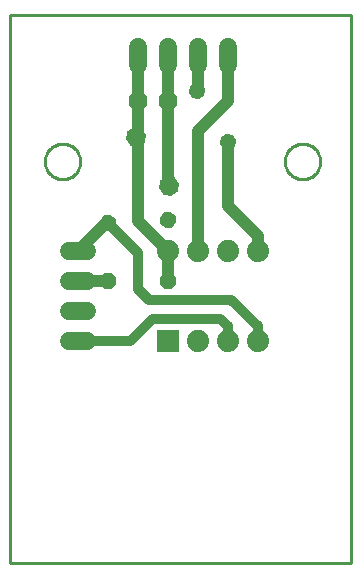
<source format=gbr>
G04 EAGLE Gerber RS-274X export*
G75*
%MOMM*%
%FSLAX34Y34*%
%LPD*%
%INBottom Copper*%
%IPPOS*%
%AMOC8*
5,1,8,0,0,1.08239X$1,22.5*%
G01*
%ADD10P,1.732040X8X22.500000*%
%ADD11P,1.732040X8X326.200000*%
%ADD12C,1.524000*%
%ADD13P,1.429621X8X25.300000*%
%ADD14P,1.429621X8X143.400000*%
%ADD15P,1.429621X8X22.500000*%
%ADD16R,1.879600X1.879600*%
%ADD17C,1.879600*%
%ADD18C,1.016000*%
%ADD19C,0.812800*%
%ADD20C,0.254000*%


D10*
X215900Y927100D03*
X241300Y927100D03*
D11*
X214507Y897432D03*
X242693Y855168D03*
D12*
X172720Y723900D02*
X157480Y723900D01*
X157480Y749300D02*
X172720Y749300D01*
X172720Y774700D02*
X157480Y774700D01*
X157480Y800100D02*
X172720Y800100D01*
X215900Y957580D02*
X215900Y972820D01*
X241300Y972820D02*
X241300Y957580D01*
X266700Y957580D02*
X266700Y972820D01*
X292100Y972820D02*
X292100Y957580D01*
D13*
X190530Y824259D03*
X241270Y826741D03*
D14*
X292444Y892605D03*
X266356Y936195D03*
D15*
X190500Y774700D03*
X241300Y774700D03*
D16*
X241300Y723900D03*
D17*
X266700Y723900D03*
X292100Y723900D03*
X317500Y723900D03*
X317500Y800100D03*
X292100Y800100D03*
X266700Y800100D03*
X241300Y800100D03*
D18*
X241300Y927100D02*
X241300Y965200D01*
X241300Y855387D02*
X242693Y855168D01*
X241300Y855387D02*
X241300Y927100D01*
X215900Y927100D02*
X215900Y965200D01*
X215900Y927100D02*
X215900Y898825D01*
X214507Y897432D01*
X215900Y896039D01*
X215900Y825500D02*
X241300Y800100D01*
X215900Y825500D02*
X215900Y896039D01*
X241300Y800100D02*
X241300Y774700D01*
X189259Y824259D02*
X165100Y800100D01*
X189259Y824259D02*
X190530Y824259D01*
D19*
X317500Y736600D02*
X317500Y723900D01*
X317500Y736600D02*
X295275Y758825D01*
X225425Y758825D02*
X215900Y768350D01*
X215900Y798890D02*
X190530Y824259D01*
X225425Y758825D02*
X295275Y758825D01*
X215900Y768350D02*
X215900Y798890D01*
D18*
X317500Y800100D02*
X317500Y812800D01*
X292100Y838200D01*
X292100Y892261D01*
X292444Y892605D01*
X266700Y936034D02*
X266700Y965200D01*
X266356Y936195D02*
X266700Y936034D01*
X292100Y927100D02*
X292100Y965200D01*
X292100Y927100D02*
X266700Y901700D01*
X266700Y800100D01*
D19*
X292100Y736600D02*
X292100Y723900D01*
X292100Y736600D02*
X285750Y742950D01*
X228600Y742950D01*
X209550Y723900D01*
X165100Y723900D01*
D18*
X165100Y774700D02*
X190500Y774700D01*
D20*
X107950Y536575D02*
X396675Y536575D01*
X396675Y1000000D01*
X107950Y1000000D01*
X107950Y536575D01*
X167400Y875764D02*
X167324Y874696D01*
X167171Y873635D01*
X166943Y872588D01*
X166641Y871560D01*
X166267Y870556D01*
X165822Y869581D01*
X165308Y868641D01*
X164729Y867740D01*
X164087Y866882D01*
X163385Y866072D01*
X162628Y865315D01*
X161818Y864613D01*
X160960Y863971D01*
X160059Y863392D01*
X159119Y862878D01*
X158144Y862433D01*
X157140Y862059D01*
X156112Y861757D01*
X155065Y861529D01*
X154004Y861376D01*
X152936Y861300D01*
X151864Y861300D01*
X150796Y861376D01*
X149735Y861529D01*
X148688Y861757D01*
X147660Y862059D01*
X146656Y862433D01*
X145681Y862878D01*
X144741Y863392D01*
X143840Y863971D01*
X142982Y864613D01*
X142172Y865315D01*
X141415Y866072D01*
X140713Y866882D01*
X140071Y867740D01*
X139492Y868641D01*
X138978Y869581D01*
X138533Y870556D01*
X138159Y871560D01*
X137857Y872588D01*
X137629Y873635D01*
X137476Y874696D01*
X137400Y875764D01*
X137400Y876836D01*
X137476Y877904D01*
X137629Y878965D01*
X137857Y880012D01*
X138159Y881040D01*
X138533Y882044D01*
X138978Y883019D01*
X139492Y883959D01*
X140071Y884860D01*
X140713Y885718D01*
X141415Y886528D01*
X142172Y887285D01*
X142982Y887987D01*
X143840Y888629D01*
X144741Y889208D01*
X145681Y889722D01*
X146656Y890167D01*
X147660Y890541D01*
X148688Y890843D01*
X149735Y891071D01*
X150796Y891224D01*
X151864Y891300D01*
X152936Y891300D01*
X154004Y891224D01*
X155065Y891071D01*
X156112Y890843D01*
X157140Y890541D01*
X158144Y890167D01*
X159119Y889722D01*
X160059Y889208D01*
X160960Y888629D01*
X161818Y887987D01*
X162628Y887285D01*
X163385Y886528D01*
X164087Y885718D01*
X164729Y884860D01*
X165308Y883959D01*
X165822Y883019D01*
X166267Y882044D01*
X166641Y881040D01*
X166943Y880012D01*
X167171Y878965D01*
X167324Y877904D01*
X167400Y876836D01*
X167400Y875764D01*
X370600Y875764D02*
X370524Y874696D01*
X370371Y873635D01*
X370143Y872588D01*
X369841Y871560D01*
X369467Y870556D01*
X369022Y869581D01*
X368508Y868641D01*
X367929Y867740D01*
X367287Y866882D01*
X366585Y866072D01*
X365828Y865315D01*
X365018Y864613D01*
X364160Y863971D01*
X363259Y863392D01*
X362319Y862878D01*
X361344Y862433D01*
X360340Y862059D01*
X359312Y861757D01*
X358265Y861529D01*
X357204Y861376D01*
X356136Y861300D01*
X355064Y861300D01*
X353996Y861376D01*
X352935Y861529D01*
X351888Y861757D01*
X350860Y862059D01*
X349856Y862433D01*
X348881Y862878D01*
X347941Y863392D01*
X347040Y863971D01*
X346182Y864613D01*
X345372Y865315D01*
X344615Y866072D01*
X343913Y866882D01*
X343271Y867740D01*
X342692Y868641D01*
X342178Y869581D01*
X341733Y870556D01*
X341359Y871560D01*
X341057Y872588D01*
X340829Y873635D01*
X340676Y874696D01*
X340600Y875764D01*
X340600Y876836D01*
X340676Y877904D01*
X340829Y878965D01*
X341057Y880012D01*
X341359Y881040D01*
X341733Y882044D01*
X342178Y883019D01*
X342692Y883959D01*
X343271Y884860D01*
X343913Y885718D01*
X344615Y886528D01*
X345372Y887285D01*
X346182Y887987D01*
X347040Y888629D01*
X347941Y889208D01*
X348881Y889722D01*
X349856Y890167D01*
X350860Y890541D01*
X351888Y890843D01*
X352935Y891071D01*
X353996Y891224D01*
X355064Y891300D01*
X356136Y891300D01*
X357204Y891224D01*
X358265Y891071D01*
X359312Y890843D01*
X360340Y890541D01*
X361344Y890167D01*
X362319Y889722D01*
X363259Y889208D01*
X364160Y888629D01*
X365018Y887987D01*
X365828Y887285D01*
X366585Y886528D01*
X367287Y885718D01*
X367929Y884860D01*
X368508Y883959D01*
X369022Y883019D01*
X369467Y882044D01*
X369841Y881040D01*
X370143Y880012D01*
X370371Y878965D01*
X370524Y877904D01*
X370600Y876836D01*
X370600Y875764D01*
M02*

</source>
